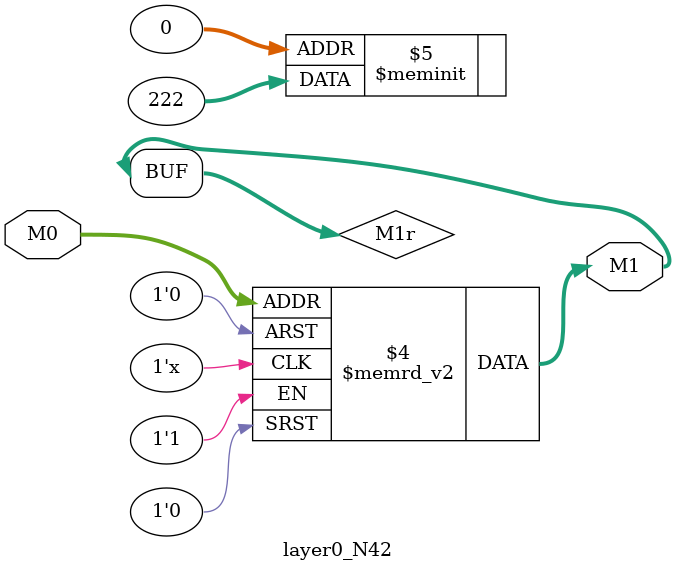
<source format=v>
module layer0_N42 ( input [3:0] M0, output [1:0] M1 );

	(*rom_style = "distributed" *) reg [1:0] M1r;
	assign M1 = M1r;
	always @ (M0) begin
		case (M0)
			4'b0000: M1r = 2'b10;
			4'b1000: M1r = 2'b00;
			4'b0100: M1r = 2'b00;
			4'b1100: M1r = 2'b00;
			4'b0010: M1r = 2'b01;
			4'b1010: M1r = 2'b00;
			4'b0110: M1r = 2'b00;
			4'b1110: M1r = 2'b00;
			4'b0001: M1r = 2'b11;
			4'b1001: M1r = 2'b00;
			4'b0101: M1r = 2'b00;
			4'b1101: M1r = 2'b00;
			4'b0011: M1r = 2'b11;
			4'b1011: M1r = 2'b00;
			4'b0111: M1r = 2'b00;
			4'b1111: M1r = 2'b00;

		endcase
	end
endmodule

</source>
